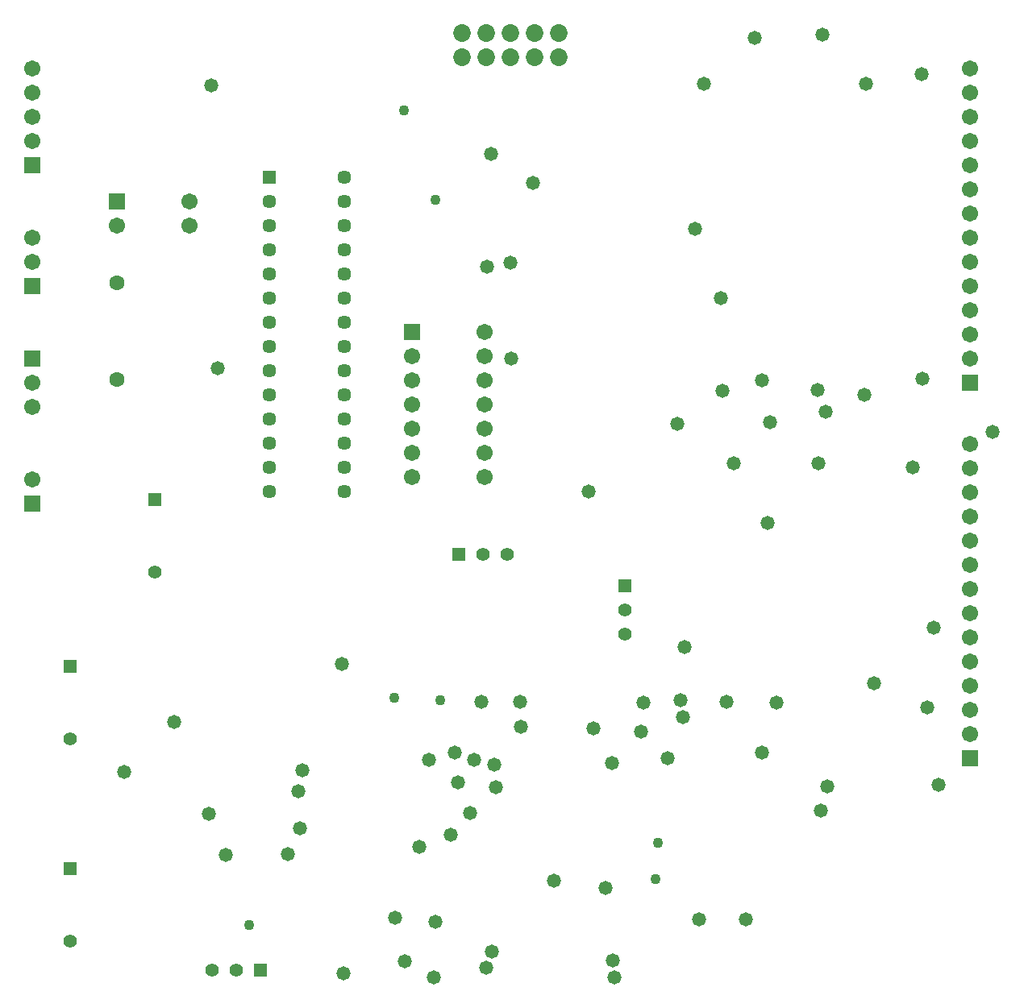
<source format=gbs>
G04*
G04 #@! TF.GenerationSoftware,Altium Limited,Altium Designer,20.0.9 (164)*
G04*
G04 Layer_Color=16711935*
%FSLAX25Y25*%
%MOIN*%
G70*
G01*
G75*
%ADD28R,0.05524X0.05524*%
%ADD29C,0.05524*%
%ADD30C,0.06706*%
%ADD31R,0.06706X0.06706*%
%ADD32C,0.05721*%
%ADD33R,0.05721X0.05721*%
%ADD34R,0.06706X0.06706*%
%ADD35C,0.06312*%
%ADD36R,0.05524X0.05524*%
%ADD37C,0.07296*%
%ADD38C,0.05800*%
%ADD39C,0.04300*%
D28*
X73000Y227000D02*
D03*
X38000Y74354D02*
D03*
X38000Y158000D02*
D03*
X267500Y191500D02*
D03*
D29*
X73000Y197000D02*
D03*
X38000Y44354D02*
D03*
X38000Y128000D02*
D03*
X267500Y181500D02*
D03*
Y171500D02*
D03*
X106638Y32219D02*
D03*
X96638D02*
D03*
X208630Y204500D02*
D03*
X218630D02*
D03*
D30*
X22453Y235338D02*
D03*
Y375338D02*
D03*
Y385338D02*
D03*
Y395338D02*
D03*
Y405338D02*
D03*
Y335338D02*
D03*
Y325338D02*
D03*
X209453Y236338D02*
D03*
Y246338D02*
D03*
Y256338D02*
D03*
Y266338D02*
D03*
Y276338D02*
D03*
Y286338D02*
D03*
Y296338D02*
D03*
X179453Y236338D02*
D03*
Y246338D02*
D03*
Y256338D02*
D03*
Y266338D02*
D03*
Y276338D02*
D03*
Y286338D02*
D03*
X22453Y265338D02*
D03*
Y275338D02*
D03*
X57453Y340338D02*
D03*
X87453Y350338D02*
D03*
Y340338D02*
D03*
X410000Y250000D02*
D03*
Y240000D02*
D03*
Y230000D02*
D03*
Y220000D02*
D03*
Y210000D02*
D03*
Y200000D02*
D03*
Y190000D02*
D03*
Y180000D02*
D03*
Y170000D02*
D03*
Y160000D02*
D03*
Y150000D02*
D03*
Y140000D02*
D03*
Y130000D02*
D03*
Y405338D02*
D03*
Y395338D02*
D03*
Y385338D02*
D03*
Y375338D02*
D03*
Y365338D02*
D03*
Y355338D02*
D03*
Y345338D02*
D03*
Y335338D02*
D03*
Y325338D02*
D03*
Y315338D02*
D03*
Y305338D02*
D03*
Y295338D02*
D03*
Y285338D02*
D03*
D31*
X22453Y225338D02*
D03*
Y365338D02*
D03*
Y315338D02*
D03*
Y285338D02*
D03*
X410000Y120000D02*
D03*
Y275338D02*
D03*
D32*
X151453Y360338D02*
D03*
Y350338D02*
D03*
Y340338D02*
D03*
Y330338D02*
D03*
Y320338D02*
D03*
Y310338D02*
D03*
Y300338D02*
D03*
Y290338D02*
D03*
Y280338D02*
D03*
Y270338D02*
D03*
Y260338D02*
D03*
Y250338D02*
D03*
Y240338D02*
D03*
Y230338D02*
D03*
X120453D02*
D03*
Y240338D02*
D03*
Y250338D02*
D03*
Y260338D02*
D03*
Y270338D02*
D03*
Y280338D02*
D03*
Y290338D02*
D03*
Y300338D02*
D03*
Y310338D02*
D03*
Y320338D02*
D03*
Y330338D02*
D03*
Y340338D02*
D03*
Y350338D02*
D03*
D33*
Y360338D02*
D03*
D34*
X179453Y296338D02*
D03*
X57453Y350338D02*
D03*
D35*
X57213Y316653D02*
D03*
Y276653D02*
D03*
D36*
X116638Y32219D02*
D03*
X198630Y204500D02*
D03*
D37*
X240000Y420000D02*
D03*
Y410000D02*
D03*
X230000Y420000D02*
D03*
Y410000D02*
D03*
X220000D02*
D03*
Y420000D02*
D03*
X210000Y410000D02*
D03*
Y420000D02*
D03*
X200000Y410000D02*
D03*
Y420000D02*
D03*
D38*
X349000Y419500D02*
D03*
X419500Y255000D02*
D03*
X327500Y259000D02*
D03*
X350500Y263500D02*
D03*
X326500Y217500D02*
D03*
X188500Y29500D02*
D03*
X212500Y40000D02*
D03*
X210000Y33500D02*
D03*
X262500Y36500D02*
D03*
X351000Y108500D02*
D03*
X348500Y98500D02*
D03*
X392500Y141000D02*
D03*
X370500Y151000D02*
D03*
X263000Y29500D02*
D03*
X390000Y403000D02*
D03*
X296500Y339000D02*
D03*
X289000Y258500D02*
D03*
X312500Y242000D02*
D03*
X292000Y166000D02*
D03*
X274000Y131000D02*
D03*
X275000Y143000D02*
D03*
X262000Y118000D02*
D03*
X259500Y66500D02*
D03*
X182500Y83500D02*
D03*
X195500Y88500D02*
D03*
X203256Y97245D02*
D03*
X172500Y54000D02*
D03*
X176500Y36000D02*
D03*
X224500Y133000D02*
D03*
X291500Y137000D02*
D03*
X128000Y80500D02*
D03*
X102500Y80000D02*
D03*
X151000Y31000D02*
D03*
X212000Y370000D02*
D03*
X186500Y119500D02*
D03*
X300000Y399000D02*
D03*
X347500Y242000D02*
D03*
X347000Y272500D02*
D03*
X95500Y97000D02*
D03*
X307000Y310500D02*
D03*
X324000Y122500D02*
D03*
X285000Y120000D02*
D03*
X238000Y69500D02*
D03*
X198500Y110000D02*
D03*
X133000Y91000D02*
D03*
X197000Y122500D02*
D03*
X205000Y119500D02*
D03*
X99000Y281500D02*
D03*
X367000Y399000D02*
D03*
X224000Y143500D02*
D03*
X208000D02*
D03*
X214000Y108000D02*
D03*
X60500Y114500D02*
D03*
X81000Y135000D02*
D03*
X150500Y159000D02*
D03*
X132500Y106500D02*
D03*
X298000Y53500D02*
D03*
X317500D02*
D03*
X397000Y109000D02*
D03*
X330000Y143000D02*
D03*
X309500Y143500D02*
D03*
X290500Y144000D02*
D03*
X252500Y230500D02*
D03*
X386500Y240500D02*
D03*
X390500Y277000D02*
D03*
X366500Y270500D02*
D03*
X324000Y276500D02*
D03*
X96500Y398500D02*
D03*
X229500Y358000D02*
D03*
X220500Y285500D02*
D03*
X210500Y323500D02*
D03*
X220000Y325000D02*
D03*
X307848Y272152D02*
D03*
X213500Y117500D02*
D03*
X254500Y132500D02*
D03*
X134000Y115000D02*
D03*
X189000Y52250D02*
D03*
X395000Y174000D02*
D03*
X321000Y418000D02*
D03*
D39*
X281000Y85000D02*
D03*
X280151Y70171D02*
D03*
X112000Y51000D02*
D03*
X191000Y144000D02*
D03*
X172000Y145000D02*
D03*
X176000Y388000D02*
D03*
X189000Y351000D02*
D03*
M02*

</source>
